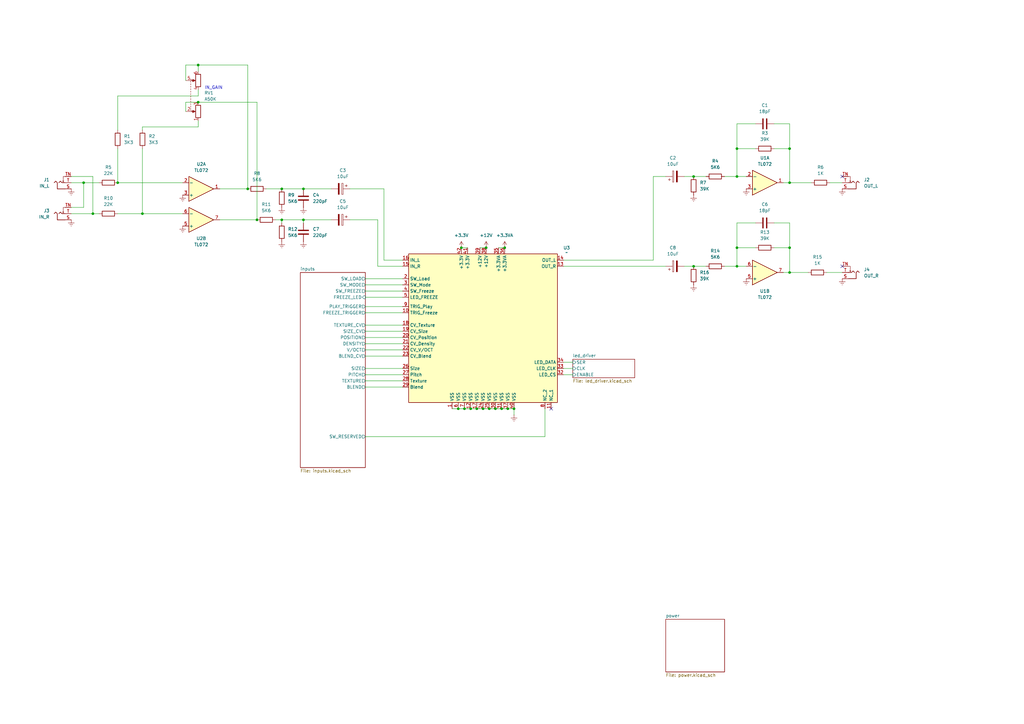
<source format=kicad_sch>
(kicad_sch (version 20231120) (generator "eeschema") (generator_version "8.0")
  (paper "A3")
  (lib_symbols
    (symbol "Amplifier_Operational:TL072" (pin_names (offset 0.127))
      (property "Reference" "U" (at 0 5.08 0))
      (property "Value" "TL072" (at 0 -5.08 0))
      (symbol "TL072_1_1"
        (polyline (pts (xy -5.08 5.08) (xy 5.08 0) (xy -5.08 -5.08) (xy -5.08 5.08)) (stroke (width 0.254)) (fill (type background)))
        (pin output line (at 7.62 0 180) (length 2.54) (name "~") (number "1"))
        (pin input line (at -7.62 -2.54 0) (length 2.54) (name "-") (number "2"))
        (pin input line (at -7.62 2.54 0) (length 2.54) (name "+") (number "3"))
      )
      (symbol "TL072_2_1"
        (polyline (pts (xy -5.08 5.08) (xy 5.08 0) (xy -5.08 -5.08) (xy -5.08 5.08)) (stroke (width 0.254)) (fill (type background)))
        (pin input line (at -7.62 2.54 0) (length 2.54) (name "+") (number "5"))
        (pin input line (at -7.62 -2.54 0) (length 2.54) (name "-") (number "6"))
        (pin output line (at 7.62 0 180) (length 2.54) (name "~") (number "7"))
      )
      (symbol "TL072_3_1"
        (pin power_in line (at -2.54 -7.62 90) (length 3.81) (name "V-") (number "4"))
        (pin power_in line (at -2.54 7.62 270) (length 3.81) (name "V+") (number "8"))
      )
    )
    (symbol "Device:C" (pin_numbers hide) (pin_names (offset 0.254))
      (property "Reference" "C" (at 0.635 2.54 0))
      (property "Value" "C" (at 0.635 -2.54 0))
      (symbol "C_0_1"
        (polyline (pts (xy -2.032 -0.762) (xy 2.032 -0.762)) (stroke (width 0.508)))
        (polyline (pts (xy -2.032 0.762) (xy 2.032 0.762)) (stroke (width 0.508)))
      )
      (symbol "C_1_1"
        (pin passive line (at 0 3.81 270) (length 2.794) (name "~") (number "1"))
        (pin passive line (at 0 -3.81 90) (length 2.794) (name "~") (number "2"))
      )
    )
    (symbol "Device:C_Polarized" (pin_numbers hide) (pin_names (offset 0.254))
      (property "Reference" "C" (at 0.635 2.54 0))
      (property "Value" "C_Polarized" (at 0.635 -2.54 0))
      (symbol "C_Polarized_0_1"
        (rectangle (start -2.286 0.508) (end 2.286 1.016))
        (polyline (pts (xy -1.778 2.286) (xy -0.762 2.286)))
        (polyline (pts (xy -1.27 2.794) (xy -1.27 1.778)))
        (rectangle (start 2.286 -0.508) (end -2.286 -1.016) (fill (type outline)))
      )
      (symbol "C_Polarized_1_1"
        (pin passive line (at 0 3.81 270) (length 2.794) (name "~") (number "1"))
        (pin passive line (at 0 -3.81 90) (length 2.794) (name "~") (number "2"))
      )
    )
    (symbol "Device:R" (pin_numbers hide) (pin_names (offset 0))
      (property "Reference" "R" (at 2.032 0 90))
      (property "Value" "R" (at 0 0 90))
      (symbol "R_0_1"
        (rectangle (start -1.016 -2.54) (end 1.016 2.54) (stroke (width 0.254)))
      )
      (symbol "R_1_1"
        (pin passive line (at 0 3.81 270) (length 1.27) (name "~") (number "1"))
        (pin passive line (at 0 -3.81 90) (length 1.27) (name "~") (number "2"))
      )
    )
    (symbol "Device:R_Potentiometer_Dual" (pin_names (offset 1.016) hide)
      (property "Reference" "RV" (at 0 3.81 0))
      (property "Value" "R_Potentiometer_Dual" (at 0 1.905 0))
      (symbol "R_Potentiometer_Dual_0_1"
        (rectangle (start -8.89 -1.524) (end -3.81 -3.556) (stroke (width 0.254)))
        (polyline (pts (xy -6.35 0) (xy -6.35 -1.016)))
        (polyline (pts (xy -6.35 0) (xy -6.35 -1.016)))
        (polyline (pts (xy -6.35 0) (xy -5.842 0.508)))
        (polyline (pts (xy -5.588 0.508) (xy -5.08 0.508)))
        (polyline (pts (xy -4.572 0.508) (xy -4.064 0.508)))
        (polyline (pts (xy -3.556 0.508) (xy -3.048 0.508)))
        (polyline (pts (xy -2.54 0.508) (xy -2.032 0.508)))
        (polyline (pts (xy -1.524 0.508) (xy -1.016 0.508)))
        (polyline (pts (xy -0.508 0.508) (xy 0 0.508)))
        (polyline (pts (xy 0.508 0.508) (xy 1.016 0.508)))
        (polyline (pts (xy 1.524 0.508) (xy 2.032 0.508)))
        (polyline (pts (xy 2.54 0.508) (xy 3.048 0.508)))
        (polyline (pts (xy 3.556 0.508) (xy 4.064 0.508)))
        (polyline (pts (xy 4.572 0.508) (xy 5.08 0.508)))
        (polyline (pts (xy 5.588 0.508) (xy 6.096 0.508)))
        (polyline (pts (xy 6.35 0) (xy 6.35 -1.016)))
        (polyline (pts (xy 6.35 0) (xy 6.35 -1.016)))
        (polyline (pts (xy 6.604 0.508) (xy 6.858 0.508) (xy 6.35 0)))
        (polyline (pts (xy -6.35 -1.397) (xy -6.858 -0.254) (xy -5.842 -0.254) (xy -6.35 -1.397)) (fill (type outline)))
        (polyline (pts (xy 6.35 -1.397) (xy 5.842 -0.254) (xy 6.858 -0.254) (xy 6.35 -1.397)) (fill (type outline)))
        (rectangle (start 3.81 -1.524) (end 8.89 -3.556) (stroke (width 0.254)))
      )
      (symbol "R_Potentiometer_Dual_1_1"
        (pin passive line (at -10.16 -2.54 0) (length 1.27) (name "1") (number "1"))
        (pin passive line (at -6.35 2.54 270) (length 2.54) (name "2") (number "2"))
        (pin passive line (at -2.54 -2.54 180) (length 1.27) (name "3") (number "3"))
        (pin passive line (at 2.54 -2.54 0) (length 1.27) (name "4") (number "4"))
        (pin passive line (at 6.35 2.54 270) (length 2.54) (name "5") (number "5"))
        (pin passive line (at 10.16 -2.54 180) (length 1.27) (name "6") (number "6"))
      )
    )
    (symbol "power:+12V" (power) (pin_numbers hide) (pin_names (offset 0) hide)
      (property "Value" "+12V" (at 0 3.556 0))
      (symbol "+12V_0_1"
        (polyline (pts (xy -0.762 1.27) (xy 0 2.54)))
        (polyline (pts (xy 0 0) (xy 0 2.54)))
        (polyline (pts (xy 0 2.54) (xy 0.762 1.27)))
      )
      (symbol "+12V_1_1"
        (pin power_in line (at 0 0 90) (length 0) (name "~") (number "1"))
      )
    )
    (symbol "power:+3.3V" (power) (pin_numbers hide) (pin_names (offset 0) hide)
      (property "Value" "+3.3V" (at 0 3.556 0))
      (symbol "+3.3V_0_1"
        (polyline (pts (xy -0.762 1.27) (xy 0 2.54)))
        (polyline (pts (xy 0 0) (xy 0 2.54)))
        (polyline (pts (xy 0 2.54) (xy 0.762 1.27)))
      )
      (symbol "+3.3V_1_1"
        (pin power_in line (at 0 0 90) (length 0) (name "~") (number "1"))
      )
    )
    (symbol "power:GNDREF" (power) (pin_numbers hide) (pin_names (offset 0) hide)
      (property "Value" "GNDREF" (at 0 -3.81 0))
      (symbol "GNDREF_0_1"
        (polyline (pts (xy -0.635 -1.905) (xy 0.635 -1.905)))
        (polyline (pts (xy -0.127 -2.54) (xy 0.127 -2.54)))
        (polyline (pts (xy 0 -1.27) (xy 0 0)))
        (polyline (pts (xy 1.27 -1.27) (xy -1.27 -1.27)))
      )
      (symbol "GNDREF_1_1"
        (pin power_in line (at 0 0 270) (length 0) (name "~") (number "1"))
      )
    )
    (symbol "synth:AudioJack_Mono_3.5mm"
      (property "Reference" "J" (at 0 8.89 0))
      (property "Value" "AudioJack_Mono_3.5mm" (at 0 6.35 0))
      (symbol "AudioJack_Mono_3.5mm_0_1"
        (polyline (pts (xy 1.778 -0.254) (xy 2.032 -0.762)))
        (polyline (pts (xy 0 0) (xy 0.635 -0.635) (xy 1.27 0) (xy 2.54 0)) (stroke (width 0.254)))
        (polyline (pts (xy 2.54 -2.54) (xy 1.778 -2.54) (xy 1.778 -0.254) (xy 1.524 -0.762)))
        (polyline (pts (xy 2.54 2.54) (xy -0.635 2.54) (xy -0.635 0) (xy -1.27 -0.635) (xy -1.905 0)) (stroke (width 0.254)))
      )
      (symbol "AudioJack_Mono_3.5mm_1_1"
        (pin passive line (at 5.08 2.54 180) (length 2.54) (name "~") (number "S"))
        (pin passive line (at 5.08 0 180) (length 2.54) (name "~") (number "T"))
        (pin passive line (at 5.08 -2.54 180) (length 2.54) (name "~") (number "TN"))
      )
    )
    (symbol "synth:mcu-brain"
      (property "Reference" "U" (at -29.21 -28.956 0))
      (symbol "mcu-brain_0_1"
        (rectangle (start -30.48 30.48) (end 30.48 -30.48) (stroke (width 0.254)) (fill (type background)))
      )
      (symbol "mcu-brain_1_1"
        (pin power_in line (at -12.7 -33.02 90) (length 2.54) (name "VSS") (number "1"))
        (pin bidirectional line (at -33.02 6.35 0) (length 2.54) (name "TRIG_Freeze") (number "10"))
        (pin bidirectional line (at 27.94 -33.02 90) (length 2.54) (name "NC_1") (number "11"))
        (pin power_in line (at -5.08 -33.02 90) (length 2.54) (name "VSS") (number "12"))
        (pin bidirectional line (at 33.02 25.4 180) (length 2.54) (name "OUT_R") (number "13"))
        (pin bidirectional line (at 33.02 27.94 180) (length 2.54) (name "OUT_L") (number "14"))
        (pin bidirectional line (at -33.02 25.4 0) (length 2.54) (name "IN_R") (number "15"))
        (pin bidirectional line (at -33.02 27.94 0) (length 2.54) (name "IN_L") (number "16"))
        (pin power_in line (at -2.54 -33.02 90) (length 2.54) (name "VSS") (number "17"))
        (pin bidirectional line (at -33.02 1.27 0) (length 2.54) (name "CV_Texture") (number "18"))
        (pin bidirectional line (at -33.02 -1.27 0) (length 2.54) (name "CV_Size") (number "19"))
        (pin bidirectional line (at -33.02 20.32 0) (length 2.54) (name "SW_Load") (number "2"))
        (pin bidirectional line (at -33.02 -3.81 0) (length 2.54) (name "CV_Position") (number "20"))
        (pin bidirectional line (at -33.02 -6.35 0) (length 2.54) (name "CV_Density") (number "21"))
        (pin bidirectional line (at -33.02 -8.89 0) (length 2.54) (name "CV_V/OCT") (number "22"))
        (pin bidirectional line (at -33.02 -11.43 0) (length 2.54) (name "CV_Blend") (number "23"))
        (pin power_in line (at 0 -33.02 90) (length 2.54) (name "VSS") (number "24"))
        (pin power_in line (at 2.54 -33.02 90) (length 2.54) (name "VSS") (number "25"))
        (pin bidirectional line (at -33.02 -16.51 0) (length 2.54) (name "Size") (number "26"))
        (pin bidirectional line (at -33.02 -19.05 0) (length 2.54) (name "Pitch") (number "27"))
        (pin bidirectional line (at -33.02 -21.59 0) (length 2.54) (name "Texture") (number "28"))
        (pin bidirectional line (at -33.02 -24.13 0) (length 2.54) (name "Blend") (number "29"))
        (pin bidirectional line (at -33.02 17.78 0) (length 2.54) (name "SW_Mode") (number "3"))
        (pin power_in line (at 5.08 -33.02 90) (length 2.54) (name "VSS") (number "30"))
        (pin power_in line (at 7.62 -33.02 90) (length 2.54) (name "VSS") (number "31"))
        (pin bidirectional line (at 33.02 -19.05 180) (length 2.54) (name "LED_CS") (number "32"))
        (pin bidirectional line (at 33.02 -16.51 180) (length 2.54) (name "LED_CLK") (number "33"))
        (pin bidirectional line (at 33.02 -13.97 180) (length 2.54) (name "LED_DATA") (number "34"))
        (pin power_in line (at 6.35 33.02 270) (length 2.54) (name "+3.3VA") (number "35"))
        (pin power_in line (at 8.89 33.02 270) (length 2.54) (name "+3.3VA") (number "36"))
        (pin power_in line (at 10.16 -33.02 90) (length 2.54) (name "VSS") (number "37"))
        (pin power_in line (at 1.27 33.02 270) (length 2.54) (name "+12V") (number "38"))
        (pin power_in line (at -1.27 33.02 270) (length 2.54) (name "+12V") (number "39"))
        (pin bidirectional line (at -33.02 15.24 0) (length 2.54) (name "SW_Freeze") (number "4"))
        (pin power_in line (at 12.7 -33.02 90) (length 2.54) (name "VSS") (number "40"))
        (pin power_in line (at -6.35 33.02 270) (length 2.54) (name "+3.3V") (number "41"))
        (pin power_in line (at -8.89 33.02 270) (length 2.54) (name "+3.3V") (number "42"))
        (pin bidirectional line (at -33.02 12.7 0) (length 2.54) (name "LED_FREEZE") (number "5"))
        (pin power_in line (at -10.16 -33.02 90) (length 2.54) (name "VSS") (number "6"))
        (pin power_in line (at -7.62 -33.02 90) (length 2.54) (name "VSS") (number "7"))
        (pin bidirectional line (at 25.4 -33.02 90) (length 2.54) (name "NC_2") (number "8"))
        (pin bidirectional line (at -33.02 8.89 0) (length 2.54) (name "TRIG_Play") (number "9"))
      )
    )
  )
  (junction (at 189.23 101.6))
  (junction (at 302.26 101.6))
  (junction (at 38.1 87.63))
  (junction (at 190.5 167.64))
  (junction (at 101.6 77.47))
  (junction (at 198.12 167.64))
  (junction (at 208.28 167.64))
  (junction (at 48.26 74.93))
  (junction (at 115.57 90.17))
  (junction (at 81.28 26.67))
  (junction (at 187.96 167.64))
  (junction (at 34.29 74.93))
  (junction (at 323.85 111.76))
  (junction (at 302.26 109.22))
  (junction (at 323.85 101.6))
  (junction (at 205.74 167.64))
  (junction (at 124.46 90.17))
  (junction (at 323.85 74.93))
  (junction (at 302.26 60.96))
  (junction (at 207.01 101.6))
  (junction (at 200.66 167.64))
  (junction (at 105.41 90.17))
  (junction (at 195.58 167.64))
  (junction (at 115.57 77.47))
  (junction (at 81.28 41.91))
  (junction (at 323.85 60.96))
  (junction (at 124.46 77.47))
  (junction (at 203.2 167.64))
  (junction (at 284.48 72.39))
  (junction (at 58.42 87.63))
  (junction (at 210.82 167.64))
  (junction (at 193.04 167.64))
  (junction (at 284.48 109.22))
  (junction (at 302.26 72.39))
  (junction (at 199.39 101.6))
  (no_connect (at 345.44 109.22))
  (no_connect (at 226.06 167.64))
  (no_connect (at 345.44 72.39))
  (wire (pts (xy 204.47 101.6) (xy 207.01 101.6)))
  (wire (pts (xy 149.86 119.38) (xy 165.1 119.38)))
  (wire (pts (xy 149.86 125.73) (xy 165.1 125.73)))
  (wire (pts (xy 154.94 90.17) (xy 154.94 109.22)))
  (wire (pts (xy 124.46 91.44) (xy 124.46 90.17)))
  (wire (pts (xy 297.18 109.22) (xy 302.26 109.22)))
  (wire (pts (xy 149.86 151.13) (xy 165.1 151.13)))
  (wire (pts (xy 149.86 135.89) (xy 165.1 135.89)))
  (wire (pts (xy 154.94 109.22) (xy 165.1 109.22)))
  (wire (pts (xy 284.48 72.39) (xy 280.67 72.39)))
  (wire (pts (xy 302.26 109.22) (xy 306.07 109.22)))
  (wire (pts (xy 29.21 72.39) (xy 38.1 72.39)))
  (wire (pts (xy 48.26 60.96) (xy 48.26 74.93)))
  (wire (pts (xy 101.6 26.67) (xy 101.6 77.47)))
  (wire (pts (xy 339.09 111.76) (xy 345.44 111.76)))
  (wire (pts (xy 81.28 52.07) (xy 58.42 52.07)))
  (wire (pts (xy 34.29 85.09) (xy 29.21 85.09)))
  (wire (pts (xy 38.1 72.39) (xy 38.1 87.63)))
  (wire (pts (xy 58.42 52.07) (xy 58.42 53.34)))
  (wire (pts (xy 154.94 90.17) (xy 143.51 90.17)))
  (wire (pts (xy 302.26 101.6) (xy 302.26 109.22)))
  (wire (pts (xy 76.2 33.02) (xy 76.2 26.67)))
  (wire (pts (xy 149.86 143.51) (xy 165.1 143.51)))
  (wire (pts (xy 185.42 167.64) (xy 187.96 167.64)))
  (wire (pts (xy 223.52 167.64) (xy 223.52 179.07)))
  (wire (pts (xy 135.89 77.47) (xy 124.46 77.47)))
  (wire (pts (xy 115.57 77.47) (xy 124.46 77.47)))
  (wire (pts (xy 231.14 153.67) (xy 234.95 153.67)))
  (wire (pts (xy 149.86 140.97) (xy 165.1 140.97)))
  (wire (pts (xy 284.48 109.22) (xy 280.67 109.22)))
  (wire (pts (xy 302.26 91.44) (xy 302.26 101.6)))
  (wire (pts (xy 48.26 39.37) (xy 48.26 53.34)))
  (wire (pts (xy 289.56 72.39) (xy 284.48 72.39)))
  (wire (pts (xy 149.86 121.92) (xy 165.1 121.92)))
  (wire (pts (xy 267.97 72.39) (xy 273.05 72.39)))
  (wire (pts (xy 105.41 41.91) (xy 105.41 90.17)))
  (wire (pts (xy 115.57 90.17) (xy 113.03 90.17)))
  (wire (pts (xy 340.36 74.93) (xy 345.44 74.93)))
  (wire (pts (xy 81.28 26.67) (xy 81.28 29.21)))
  (wire (pts (xy 231.14 148.59) (xy 234.95 148.59)))
  (wire (pts (xy 58.42 60.96) (xy 58.42 87.63)))
  (wire (pts (xy 323.85 91.44) (xy 323.85 101.6)))
  (wire (pts (xy 76.2 45.72) (xy 76.2 41.91)))
  (wire (pts (xy 297.18 72.39) (xy 302.26 72.39)))
  (wire (pts (xy 189.23 101.6) (xy 191.77 101.6)))
  (wire (pts (xy 124.46 90.17) (xy 135.89 90.17)))
  (wire (pts (xy 143.51 77.47) (xy 157.48 77.47)))
  (wire (pts (xy 38.1 87.63) (xy 29.21 87.63)))
  (wire (pts (xy 317.5 101.6) (xy 323.85 101.6)))
  (wire (pts (xy 74.93 74.93) (xy 48.26 74.93)))
  (wire (pts (xy 302.26 50.8) (xy 302.26 60.96)))
  (wire (pts (xy 309.88 101.6) (xy 302.26 101.6)))
  (wire (pts (xy 317.5 50.8) (xy 323.85 50.8)))
  (wire (pts (xy 323.85 50.8) (xy 323.85 60.96)))
  (wire (pts (xy 323.85 60.96) (xy 323.85 74.93)))
  (wire (pts (xy 101.6 77.47) (xy 90.17 77.47)))
  (wire (pts (xy 198.12 167.64) (xy 200.66 167.64)))
  (wire (pts (xy 34.29 74.93) (xy 34.29 85.09)))
  (wire (pts (xy 149.86 158.75) (xy 165.1 158.75)))
  (wire (pts (xy 210.82 170.18) (xy 210.82 167.64)))
  (wire (pts (xy 105.41 90.17) (xy 90.17 90.17)))
  (wire (pts (xy 317.5 91.44) (xy 323.85 91.44)))
  (wire (pts (xy 58.42 87.63) (xy 48.26 87.63)))
  (wire (pts (xy 124.46 90.17) (xy 115.57 90.17)))
  (wire (pts (xy 29.21 74.93) (xy 34.29 74.93)))
  (wire (pts (xy 109.22 77.47) (xy 115.57 77.47)))
  (wire (pts (xy 289.56 109.22) (xy 284.48 109.22)))
  (wire (pts (xy 200.66 167.64) (xy 203.2 167.64)))
  (wire (pts (xy 231.14 109.22) (xy 273.05 109.22)))
  (wire (pts (xy 165.1 106.68) (xy 157.48 106.68)))
  (wire (pts (xy 74.93 87.63) (xy 58.42 87.63)))
  (wire (pts (xy 302.26 60.96) (xy 302.26 72.39)))
  (wire (pts (xy 149.86 133.35) (xy 165.1 133.35)))
  (wire (pts (xy 187.96 167.64) (xy 190.5 167.64)))
  (wire (pts (xy 81.28 39.37) (xy 81.28 36.83)))
  (wire (pts (xy 40.64 87.63) (xy 38.1 87.63)))
  (wire (pts (xy 317.5 60.96) (xy 323.85 60.96)))
  (wire (pts (xy 76.2 26.67) (xy 81.28 26.67)))
  (wire (pts (xy 323.85 74.93) (xy 321.31 74.93)))
  (wire (pts (xy 190.5 167.64) (xy 193.04 167.64)))
  (wire (pts (xy 149.86 116.84) (xy 165.1 116.84)))
  (wire (pts (xy 115.57 91.44) (xy 115.57 90.17)))
  (wire (pts (xy 267.97 106.68) (xy 231.14 106.68)))
  (wire (pts (xy 149.86 138.43) (xy 165.1 138.43)))
  (wire (pts (xy 76.2 41.91) (xy 81.28 41.91)))
  (wire (pts (xy 196.85 101.6) (xy 199.39 101.6)))
  (wire (pts (xy 323.85 111.76) (xy 321.31 111.76)))
  (wire (pts (xy 81.28 39.37) (xy 48.26 39.37)))
  (wire (pts (xy 309.88 91.44) (xy 302.26 91.44)))
  (wire (pts (xy 157.48 106.68) (xy 157.48 77.47)))
  (wire (pts (xy 203.2 167.64) (xy 205.74 167.64)))
  (wire (pts (xy 149.86 114.3) (xy 165.1 114.3)))
  (wire (pts (xy 323.85 111.76) (xy 323.85 101.6)))
  (wire (pts (xy 81.28 26.67) (xy 101.6 26.67)))
  (wire (pts (xy 302.26 72.39) (xy 306.07 72.39)))
  (wire (pts (xy 331.47 111.76) (xy 323.85 111.76)))
  (wire (pts (xy 205.74 167.64) (xy 208.28 167.64)))
  (wire (pts (xy 81.28 41.91) (xy 105.41 41.91)))
  (wire (pts (xy 193.04 167.64) (xy 195.58 167.64)))
  (wire (pts (xy 309.88 60.96) (xy 302.26 60.96)))
  (wire (pts (xy 309.88 50.8) (xy 302.26 50.8)))
  (wire (pts (xy 332.74 74.93) (xy 323.85 74.93)))
  (wire (pts (xy 267.97 72.39) (xy 267.97 106.68)))
  (wire (pts (xy 208.28 167.64) (xy 210.82 167.64)))
  (wire (pts (xy 149.86 156.21) (xy 165.1 156.21)))
  (wire (pts (xy 149.86 179.07) (xy 223.52 179.07)))
  (wire (pts (xy 149.86 128.27) (xy 165.1 128.27)))
  (wire (pts (xy 40.64 74.93) (xy 34.29 74.93)))
  (wire (pts (xy 231.14 151.13) (xy 234.95 151.13)))
  (wire (pts (xy 149.86 153.67) (xy 165.1 153.67)))
  (wire (pts (xy 149.86 146.05) (xy 165.1 146.05)))
  (wire (pts (xy 81.28 52.07) (xy 81.28 49.53)))
  (wire (pts (xy 195.58 167.64) (xy 198.12 167.64)))
  (text "IN_GAIN" (at 87.63 36.068 0) (effects (font (size 1.27 1.27))))
  (symbol (lib_id "Device:C") (at 313.69 50.8 270) (unit 1)
    (property "Reference" "C1" (at 313.69 43.18 90))
    (property "Value" "18pF" (at 313.69 45.72 90))
    (property "Footprint" "Capacitor_SMD:C_0805_2012Metric_Pad1.18x1.45mm_HandSolder" (effects (hide yes)))
    (property "Description" "Unpolarized capacitor" (effects (hide yes)))
  )
  (symbol (lib_id "power:GNDREF") (at 306.07 114.3 0) (unit 1)
    (property "Reference" "#PWR015" (effects (hide yes)))
    (property "Value" "GNDREF" (effects (hide yes)))
    (property "Description" "Power symbol creates a global label with name \"GNDREF\" , reference supply ground" (effects (hide yes)))
  )
  (symbol (lib_id "Device:C") (at 124.46 81.28 180) (unit 1)
    (property "Reference" "C4" (at 128.27 80.0099 0) (effects (justify right)))
    (property "Value" "220pF" (at 128.27 82.5499 0) (effects (justify right)))
    (property "Footprint" "Capacitor_SMD:C_0805_2012Metric_Pad1.18x1.45mm_HandSolder" (effects (hide yes)))
    (property "Description" "Unpolarized capacitor" (effects (hide yes)))
  )
  (symbol (lib_id "Device:R") (at 313.69 60.96 90) (unit 1)
    (property "Reference" "R3" (at 313.69 54.61 90))
    (property "Value" "39K" (at 313.69 57.15 90))
    (property "Footprint" "Resistor_SMD:R_0805_2012Metric_Pad1.20x1.40mm_HandSolder" (effects (hide yes)))
    (property "Description" "Resistor" (effects (hide yes)))
  )
  (symbol (lib_id "power:+3.3V") (at 207.01 101.6 0) (unit 1)
    (property "Reference" "#PWR014" (effects (hide yes)))
    (property "Value" "+3.3VA" (at 207.01 96.52 0))
    (property "Description" "Power symbol creates a global label with name \"+3.3V\"" (effects (hide yes)))
  )
  (symbol (lib_id "Device:R") (at 335.28 111.76 90) (unit 1)
    (property "Reference" "R15" (at 335.28 105.41 90))
    (property "Value" "1K" (at 335.28 107.95 90))
    (property "Footprint" "Resistor_SMD:R_0805_2012Metric_Pad1.20x1.40mm_HandSolder" (effects (hide yes)))
    (property "Description" "Resistor" (effects (hide yes)))
  )
  (symbol (lib_id "power:GNDREF") (at 124.46 99.06 0) (unit 1)
    (property "Reference" "#PWR011" (effects (hide yes)))
    (property "Value" "GNDREF" (effects (hide yes)))
    (property "Description" "Power symbol creates a global label with name \"GNDREF\" , reference supply ground" (effects (hide yes)))
  )
  (symbol (lib_id "synth:AudioJack_Mono_3.5mm") (at 24.13 74.93 0) (mirror x) (unit 1)
    (property "Reference" "J1" (at 20.32 73.7234 0) (effects (justify right)))
    (property "Value" "IN_L" (at 20.32 76.2634 0) (effects (justify right)))
    (property "Footprint" "Synth:Jack_3.5mm_QingPu_WQP-PJ398SM_Vertical_CircularHoles" (effects (hide yes)))
    (property "Description" "Audio Jack, 2 Poles (Mono / TS), Switched T Pole (Normalling)" (effects (hide yes)))
  )
  (symbol (lib_id "power:GNDREF") (at 74.93 80.01 0) (unit 1)
    (property "Reference" "#PWR04" (effects (hide yes)))
    (property "Value" "GNDREF" (effects (hide yes)))
    (property "Description" "Power symbol creates a global label with name \"GNDREF\" , reference supply ground" (effects (hide yes)))
  )
  (symbol (lib_id "Device:R") (at 109.22 90.17 90) (unit 1)
    (property "Reference" "R11" (at 109.22 83.82 90))
    (property "Value" "5K6" (at 109.22 86.36 90))
    (property "Footprint" "Resistor_SMD:R_0805_2012Metric_Pad1.20x1.40mm_HandSolder" (effects (hide yes)))
    (property "Description" "Resistor" (effects (hide yes)))
  )
  (symbol (lib_id "power:+12V") (at 199.39 101.6 0) (unit 1)
    (property "Reference" "#PWR013" (effects (hide yes)))
    (property "Value" "+12V" (at 199.39 96.52 0))
    (property "Description" "Power symbol creates a global label with name \"+12V\"" (effects (hide yes)))
  )
  (symbol (lib_id "power:GNDREF") (at 306.07 77.47 0) (unit 1)
    (property "Reference" "#PWR02" (effects (hide yes)))
    (property "Value" "GNDREF" (effects (hide yes)))
    (property "Description" "Power symbol creates a global label with name \"GNDREF\" , reference supply ground" (effects (hide yes)))
  )
  (symbol (lib_id "Device:R") (at 115.57 81.28 180) (unit 1)
    (property "Reference" "R9" (at 118.11 80.0099 0) (effects (justify right)))
    (property "Value" "5K6" (at 118.11 82.5499 0) (effects (justify right)))
    (property "Footprint" "Resistor_SMD:R_0805_2012Metric_Pad1.20x1.40mm_HandSolder" (effects (hide yes)))
    (property "Description" "Resistor" (effects (hide yes)))
  )
  (symbol (lib_id "power:GNDREF") (at 29.21 77.47 0) (unit 1)
    (property "Reference" "#PWR01" (effects (hide yes)))
    (property "Value" "GNDREF" (effects (hide yes)))
    (property "Description" "Power symbol creates a global label with name \"GNDREF\" , reference supply ground" (effects (hide yes)))
  )
  (symbol (lib_id "Amplifier_Operational:TL072") (at 82.55 77.47 0) (mirror x) (unit 1)
    (property "Reference" "U2" (at 82.55 67.31 0))
    (property "Value" "TL072" (at 82.55 69.85 0))
    (property "Footprint" "Synth:SOIC-8" (effects (hide yes)))
    (property "Datasheet" "http://www.ti.com/lit/ds/symlink/tl071.pdf" (effects (hide yes)))
    (property "Description" "Dual Low-Noise JFET-Input Operational Amplifiers, DIP-8/SOIC-8" (effects (hide yes)))
  )
  (symbol (lib_id "Device:R") (at 115.57 95.25 180) (unit 1)
    (property "Reference" "R12" (at 118.11 93.9799 0) (effects (justify right)))
    (property "Value" "5K6" (at 118.11 96.5199 0) (effects (justify right)))
    (property "Footprint" "Resistor_SMD:R_0805_2012Metric_Pad1.20x1.40mm_HandSolder" (effects (hide yes)))
    (property "Description" "Resistor" (effects (hide yes)))
  )
  (symbol (lib_id "power:GNDREF") (at 124.46 85.09 0) (unit 1)
    (property "Reference" "#PWR07" (effects (hide yes)))
    (property "Value" "GNDREF" (effects (hide yes)))
    (property "Description" "Power symbol creates a global label with name \"GNDREF\" , reference supply ground" (effects (hide yes)))
  )
  (symbol (lib_id "power:GNDREF") (at 29.21 90.17 0) (unit 1)
    (property "Reference" "#PWR08" (effects (hide yes)))
    (property "Value" "GNDREF" (effects (hide yes)))
    (property "Description" "Power symbol creates a global label with name \"GNDREF\" , reference supply ground" (effects (hide yes)))
  )
  (symbol (lib_id "power:GNDREF") (at 284.48 80.01 0) (unit 1)
    (property "Reference" "#PWR05" (effects (hide yes)))
    (property "Value" "GNDREF" (effects (hide yes)))
    (property "Description" "Power symbol creates a global label with name \"GNDREF\" , reference supply ground" (effects (hide yes)))
  )
  (symbol (lib_id "Device:C_Polarized") (at 139.7 77.47 270) (unit 1)
    (property "Reference" "C3" (at 140.589 69.85 90))
    (property "Value" "10uF" (at 140.589 72.39 90))
    (property "Footprint" "Capacitor_THT:CP_Radial_D4.0mm_P2.00mm" (effects (hide yes)))
    (property "Description" "Polarized capacitor" (effects (hide yes)))
  )
  (symbol (lib_id "Device:R") (at 293.37 72.39 270) (unit 1)
    (property "Reference" "R4" (at 293.37 66.04 90))
    (property "Value" "5K6" (at 293.37 68.58 90))
    (property "Footprint" "Resistor_SMD:R_0805_2012Metric_Pad1.20x1.40mm_HandSolder" (effects (hide yes)))
    (property "Description" "Resistor" (effects (hide yes)))
  )
  (symbol (lib_id "Device:R") (at 293.37 109.22 270) (unit 1)
    (property "Reference" "R14" (at 293.37 102.87 90))
    (property "Value" "5K6" (at 293.37 105.41 90))
    (property "Footprint" "Resistor_SMD:R_0805_2012Metric_Pad1.20x1.40mm_HandSolder" (effects (hide yes)))
    (property "Description" "Resistor" (effects (hide yes)))
  )
  (symbol (lib_id "Device:C_Polarized") (at 139.7 90.17 270) (unit 1)
    (property "Reference" "C5" (at 140.589 82.55 90))
    (property "Value" "10uF" (at 140.589 85.09 90))
    (property "Footprint" "Capacitor_THT:CP_Radial_D4.0mm_P2.00mm" (effects (hide yes)))
    (property "Description" "Polarized capacitor" (effects (hide yes)))
  )
  (symbol (lib_id "synth:AudioJack_Mono_3.5mm") (at 350.52 111.76 180) (unit 1)
    (property "Reference" "J4" (at 354.33 110.5534 0) (effects (justify right)))
    (property "Value" "OUT_R" (at 354.33 113.0934 0) (effects (justify right)))
    (property "Footprint" "Synth:Jack_3.5mm_QingPu_WQP-PJ398SM_Vertical_CircularHoles" (effects (hide yes)))
    (property "Description" "Audio Jack, 2 Poles (Mono / TS), Switched T Pole (Normalling)" (effects (hide yes)))
  )
  (symbol (lib_id "Device:R") (at 284.48 76.2 0) (unit 1)
    (property "Reference" "R7" (at 287.02 74.9299 0) (effects (justify left)))
    (property "Value" "39K" (at 287.02 77.4699 0) (effects (justify left)))
    (property "Footprint" "Resistor_SMD:R_0805_2012Metric_Pad1.20x1.40mm_HandSolder" (effects (hide yes)))
    (property "Description" "Resistor" (effects (hide yes)))
  )
  (symbol (lib_id "Device:R") (at 313.69 101.6 90) (unit 1)
    (property "Reference" "R13" (at 313.69 95.25 90))
    (property "Value" "39K" (at 313.69 97.79 90))
    (property "Footprint" "Resistor_SMD:R_0805_2012Metric_Pad1.20x1.40mm_HandSolder" (effects (hide yes)))
    (property "Description" "Resistor" (effects (hide yes)))
  )
  (symbol (lib_id "Device:R_Potentiometer_Dual") (at 78.74 39.37 90) (unit 1)
    (property "Reference" "RV1" (at 83.82 38.0999 90) (effects (justify right)))
    (property "Value" "A50K" (at 83.82 40.6399 90) (effects (justify right)))
    (property "Footprint" "Synth:Potentiometer_Alpha_RD902F" (effects (hide yes)))
    (property "Description" "Dual potentiometer" (effects (hide yes)))
  )
  (symbol (lib_id "synth:AudioJack_Mono_3.5mm") (at 24.13 87.63 0) (mirror x) (unit 1)
    (property "Reference" "J3" (at 20.32 86.4234 0) (effects (justify right)))
    (property "Value" "IN_R" (at 20.32 88.9634 0) (effects (justify right)))
    (property "Footprint" "Synth:Jack_3.5mm_QingPu_WQP-PJ398SM_Vertical_CircularHoles" (effects (hide yes)))
    (property "Description" "Audio Jack, 2 Poles (Mono / TS), Switched T Pole (Normalling)" (effects (hide yes)))
  )
  (symbol (lib_id "Device:R") (at 48.26 57.15 180) (unit 1)
    (property "Reference" "R1" (at 50.8 55.8799 0) (effects (justify right)))
    (property "Value" "3K3" (at 50.8 58.4199 0) (effects (justify right)))
    (property "Footprint" "Resistor_SMD:R_0805_2012Metric_Pad1.20x1.40mm_HandSolder" (effects (hide yes)))
    (property "Description" "Resistor" (effects (hide yes)))
  )
  (symbol (lib_id "synth:AudioJack_Mono_3.5mm") (at 350.52 74.93 180) (unit 1)
    (property "Reference" "J2" (at 354.33 73.7234 0) (effects (justify right)))
    (property "Value" "OUT_L" (at 354.33 76.2634 0) (effects (justify right)))
    (property "Footprint" "Synth:Jack_3.5mm_QingPu_WQP-PJ398SM_Vertical_CircularHoles" (effects (hide yes)))
    (property "Description" "Audio Jack, 2 Poles (Mono / TS), Switched T Pole (Normalling)" (effects (hide yes)))
  )
  (symbol (lib_id "Device:R") (at 44.45 87.63 90) (unit 1)
    (property "Reference" "R10" (at 44.45 81.28 90))
    (property "Value" "22K" (at 44.45 83.82 90))
    (property "Footprint" "Resistor_SMD:R_0805_2012Metric_Pad1.20x1.40mm_HandSolder" (effects (hide yes)))
    (property "Description" "Resistor" (effects (hide yes)))
  )
  (symbol (lib_id "power:GNDREF") (at 210.82 170.18 0) (unit 1)
    (property "Reference" "#PWR018" (effects (hide yes)))
    (property "Value" "GNDREF" (effects (hide yes)))
    (property "Description" "Power symbol creates a global label with name \"GNDREF\" , reference supply ground" (effects (hide yes)))
  )
  (symbol (lib_id "Device:C") (at 313.69 91.44 270) (unit 1)
    (property "Reference" "C6" (at 313.69 83.82 90))
    (property "Value" "18pF" (at 313.69 86.36 90))
    (property "Footprint" "Capacitor_SMD:C_0805_2012Metric_Pad1.18x1.45mm_HandSolder" (effects (hide yes)))
    (property "Description" "Unpolarized capacitor" (effects (hide yes)))
  )
  (symbol (lib_id "synth:mcu-brain") (at 198.12 134.62 0) (unit 1)
    (property "Reference" "U3" (at 232.41 101.6314 0))
    (property "Value" "~" (at 232.41 103.5365 0))
    (property "Footprint" "mcu-pack:wolkje-brain" (effects (hide yes)))
  )
  (symbol (lib_id "Device:R") (at 58.42 57.15 180) (unit 1)
    (property "Reference" "R2" (at 60.96 55.8799 0) (effects (justify right)))
    (property "Value" "3K3" (at 60.96 58.4199 0) (effects (justify right)))
    (property "Footprint" "Resistor_SMD:R_0805_2012Metric_Pad1.20x1.40mm_HandSolder" (effects (hide yes)))
    (property "Description" "Resistor" (effects (hide yes)))
  )
  (symbol (lib_id "Device:C_Polarized") (at 276.86 72.39 90) (unit 1)
    (property "Reference" "C2" (at 275.971 64.77 90))
    (property "Value" "10uF" (at 275.971 67.31 90))
    (property "Footprint" "Capacitor_THT:CP_Radial_D4.0mm_P2.00mm" (effects (hide yes)))
    (property "Description" "Polarized capacitor" (effects (hide yes)))
  )
  (symbol (lib_id "Device:R") (at 284.48 113.03 0) (unit 1)
    (property "Reference" "R16" (at 287.02 111.7599 0) (effects (justify left)))
    (property "Value" "39K" (at 287.02 114.2999 0) (effects (justify left)))
    (property "Footprint" "Resistor_SMD:R_0805_2012Metric_Pad1.20x1.40mm_HandSolder" (effects (hide yes)))
    (property "Description" "Resistor" (effects (hide yes)))
  )
  (symbol (lib_id "Device:C") (at 124.46 95.25 180) (unit 1)
    (property "Reference" "C7" (at 128.27 93.9799 0) (effects (justify right)))
    (property "Value" "220pF" (at 128.27 96.5199 0) (effects (justify right)))
    (property "Footprint" "Capacitor_SMD:C_0805_2012Metric_Pad1.18x1.45mm_HandSolder" (effects (hide yes)))
    (property "Description" "Unpolarized capacitor" (effects (hide yes)))
  )
  (symbol (lib_id "Device:C_Polarized") (at 276.86 109.22 90) (unit 1)
    (property "Reference" "C8" (at 275.971 101.6 90))
    (property "Value" "10uF" (at 275.971 104.14 90))
    (property "Footprint" "Capacitor_THT:CP_Radial_D4.0mm_P2.00mm" (effects (hide yes)))
    (property "Description" "Polarized capacitor" (effects (hide yes)))
  )
  (symbol (lib_id "Device:R") (at 105.41 77.47 90) (unit 1)
    (property "Reference" "R8" (at 105.41 71.12 90))
    (property "Value" "5K6" (at 105.41 73.66 90))
    (property "Footprint" "Resistor_SMD:R_0805_2012Metric_Pad1.20x1.40mm_HandSolder" (effects (hide yes)))
    (property "Description" "Resistor" (effects (hide yes)))
  )
  (symbol (lib_id "Device:R") (at 44.45 74.93 90) (unit 1)
    (property "Reference" "R5" (at 44.45 68.58 90))
    (property "Value" "22K" (at 44.45 71.12 90))
    (property "Footprint" "Resistor_SMD:R_0805_2012Metric_Pad1.20x1.40mm_HandSolder" (effects (hide yes)))
    (property "Description" "Resistor" (effects (hide yes)))
  )
  (symbol (lib_id "power:GNDREF") (at 284.48 116.84 0) (unit 1)
    (property "Reference" "#PWR017" (effects (hide yes)))
    (property "Value" "GNDREF" (effects (hide yes)))
    (property "Description" "Power symbol creates a global label with name \"GNDREF\" , reference supply ground" (effects (hide yes)))
  )
  (symbol (lib_id "Amplifier_Operational:TL072") (at 82.55 90.17 0) (mirror x) (unit 2)
    (property "Reference" "U2" (at 82.55 97.79 0))
    (property "Value" "TL072" (at 82.55 100.33 0))
    (property "Footprint" "Synth:SOIC-8" (effects (hide yes)))
    (property "Datasheet" "http://www.ti.com/lit/ds/symlink/tl071.pdf" (effects (hide yes)))
    (property "Description" "Dual Low-Noise JFET-Input Operational Amplifiers, DIP-8/SOIC-8" (effects (hide yes)))
  )
  (symbol (lib_id "Amplifier_Operational:TL072") (at 313.69 74.93 0) (mirror x) (unit 1)
    (property "Reference" "U1" (at 313.69 64.77 0))
    (property "Value" "TL072" (at 313.69 67.31 0))
    (property "Footprint" "Synth:SOIC-8" (effects (hide yes)))
    (property "Datasheet" "http://www.ti.com/lit/ds/symlink/tl071.pdf" (effects (hide yes)))
    (property "Description" "Dual Low-Noise JFET-Input Operational Amplifiers, DIP-8/SOIC-8" (effects (hide yes)))
  )
  (symbol (lib_id "power:GNDREF") (at 115.57 85.09 0) (unit 1)
    (property "Reference" "#PWR06" (effects (hide yes)))
    (property "Value" "GNDREF" (effects (hide yes)))
    (property "Description" "Power symbol creates a global label with name \"GNDREF\" , reference supply ground" (effects (hide yes)))
  )
  (symbol (lib_id "Device:R") (at 336.55 74.93 90) (unit 1)
    (property "Reference" "R6" (at 336.55 68.58 90))
    (property "Value" "1K" (at 336.55 71.12 90))
    (property "Footprint" "Resistor_SMD:R_0805_2012Metric_Pad1.20x1.40mm_HandSolder" (effects (hide yes)))
    (property "Description" "Resistor" (effects (hide yes)))
  )
  (symbol (lib_id "power:+3.3V") (at 189.23 101.6 0) (unit 1)
    (property "Reference" "#PWR012" (effects (hide yes)))
    (property "Value" "+3.3V" (at 189.23 96.52 0))
    (property "Description" "Power symbol creates a global label with name \"+3.3V\"" (effects (hide yes)))
  )
  (symbol (lib_id "Amplifier_Operational:TL072") (at 313.69 111.76 0) (mirror x) (unit 2)
    (property "Reference" "U1" (at 313.69 119.38 0))
    (property "Value" "TL072" (at 313.69 121.92 0))
    (property "Footprint" "Synth:SOIC-8" (effects (hide yes)))
    (property "Datasheet" "http://www.ti.com/lit/ds/symlink/tl071.pdf" (effects (hide yes)))
    (property "Description" "Dual Low-Noise JFET-Input Operational Amplifiers, DIP-8/SOIC-8" (effects (hide yes)))
  )
  (symbol (lib_id "power:GNDREF") (at 345.44 77.47 0) (unit 1)
    (property "Reference" "#PWR03" (effects (hide yes)))
    (property "Value" "GNDREF" (effects (hide yes)))
    (property "Description" "Power symbol creates a global label with name \"GNDREF\" , reference supply ground" (effects (hide yes)))
  )
  (symbol (lib_id "power:GNDREF") (at 115.57 99.06 0) (unit 1)
    (property "Reference" "#PWR010" (effects (hide yes)))
    (property "Value" "GNDREF" (effects (hide yes)))
    (property "Description" "Power symbol creates a global label with name \"GNDREF\" , reference supply ground" (effects (hide yes)))
  )
  (symbol (lib_id "power:GNDREF") (at 74.93 92.71 0) (unit 1)
    (property "Reference" "#PWR09" (effects (hide yes)))
    (property "Value" "GNDREF" (effects (hide yes)))
    (property "Description" "Power symbol creates a global label with name \"GNDREF\" , reference supply ground" (effects (hide yes)))
  )
  (symbol (lib_id "power:GNDREF") (at 345.44 114.3 0) (unit 1)
    (property "Reference" "#PWR016" (effects (hide yes)))
    (property "Value" "GNDREF" (effects (hide yes)))
    (property "Description" "Power symbol creates a global label with name \"GNDREF\" , reference supply ground" (effects (hide yes)))
  )
  (sheet (at 234.95 147.32) (size 25.4 7.62) (stroke (width 0.1524))
    (property "Sheetname" "led_driver" (at 234.95 146.6084 0) (effects (justify left bottom)))
    (property "Sheetfile" "led_driver.kicad_sch" (at 234.95 155.5246 0) (effects (justify left top)))
    (pin "ENABLE" input (at 234.95 153.67 180))
    (pin "CLK" input (at 234.95 151.13 180))
    (pin "SER" input (at 234.95 148.59 180))
  )
  (sheet (at 123.19 111.76) (size 26.67 80.01) (stroke (width 0.1524))
    (property "Sheetname" "inputs" (at 123.19 111.0484 0) (effects (justify left bottom)))
    (property "Sheetfile" "inputs.kicad_sch" (at 123.19 192.3546 0) (effects (justify left top)))
    (pin "SIZE_CV" output (at 149.86 135.89 0))
    (pin "V{slash}OCT" output (at 149.86 143.51 0))
    (pin "POSITION" output (at 149.86 138.43 0))
    (pin "DENSITY" output (at 149.86 140.97 0))
    (pin "TEXTURE_CV" output (at 149.86 133.35 0))
    (pin "BLEND_CV" output (at 149.86 146.05 0))
    (pin "TEXTURE" output (at 149.86 156.21 0))
    (pin "PITCH" output (at 149.86 153.67 0))
    (pin "SIZE" output (at 149.86 151.13 0))
    (pin "BLEND" output (at 149.86 158.75 0))
    (pin "SW_MODE" output (at 149.86 116.84 0))
    (pin "SW_FREEZE" output (at 149.86 119.38 0))
    (pin "PLAY_TRIGGER" output (at 149.86 125.73 0))
    (pin "FREEZE_TRIGGER" output (at 149.86 128.27 0))
    (pin "SW_LOAD" output (at 149.86 114.3 0))
    (pin "FREEZE_LED" input (at 149.86 121.92 0))
    (pin "SW_RESERVED" output (at 149.86 179.07 0))
  )
  (sheet (at 273.05 254) (size 24.13 21.59) (stroke (width 0.1524))
    (property "Sheetname" "power" (at 273.05 253.2884 0) (effects (justify left bottom)))
    (property "Sheetfile" "power.kicad_sch" (at 273.05 276.1746 0) (effects (justify left top)))
  )
)
</source>
